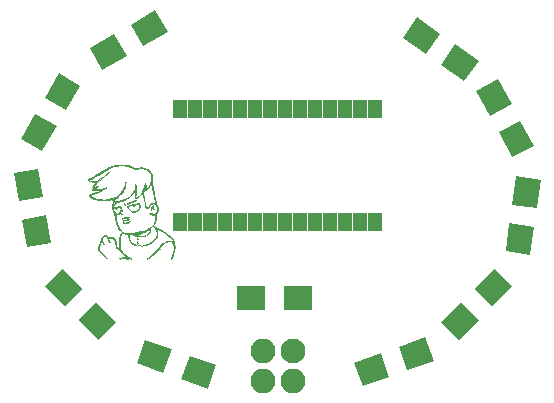
<source format=gbs>
G04 #@! TF.FileFunction,Soldermask,Bot*
%FSLAX46Y46*%
G04 Gerber Fmt 4.6, Leading zero omitted, Abs format (unit mm)*
G04 Created by KiCad (PCBNEW 4.0.7) date 06/13/18 14:50:45*
%MOMM*%
%LPD*%
G01*
G04 APERTURE LIST*
%ADD10C,0.100000*%
%ADD11C,0.010000*%
%ADD12C,2.100000*%
%ADD13O,2.100000X2.100000*%
%ADD14R,2.400000X2.000000*%
%ADD15R,1.162000X1.543000*%
G04 APERTURE END LIST*
D10*
D11*
G36*
X91040338Y-106516312D02*
X91156059Y-106702492D01*
X91219938Y-106920135D01*
X91227639Y-107141294D01*
X91174831Y-107338025D01*
X91169433Y-107348852D01*
X91127794Y-107444266D01*
X91082369Y-107569816D01*
X91040332Y-107701968D01*
X91008856Y-107817185D01*
X90995116Y-107891932D01*
X90999111Y-107907667D01*
X91027823Y-107873687D01*
X91044917Y-107833583D01*
X91073251Y-107756380D01*
X91121276Y-107629879D01*
X91169908Y-107503880D01*
X91258119Y-107190680D01*
X91270724Y-106902657D01*
X91231005Y-106709262D01*
X91201111Y-106589902D01*
X91211335Y-106515460D01*
X91228868Y-106488856D01*
X91233117Y-106476149D01*
X90953167Y-106416125D01*
X91040338Y-106516312D01*
X91040338Y-106516312D01*
G37*
X91040338Y-106516312D02*
X91156059Y-106702492D01*
X91219938Y-106920135D01*
X91227639Y-107141294D01*
X91174831Y-107338025D01*
X91169433Y-107348852D01*
X91127794Y-107444266D01*
X91082369Y-107569816D01*
X91040332Y-107701968D01*
X91008856Y-107817185D01*
X90995116Y-107891932D01*
X90999111Y-107907667D01*
X91027823Y-107873687D01*
X91044917Y-107833583D01*
X91073251Y-107756380D01*
X91121276Y-107629879D01*
X91169908Y-107503880D01*
X91258119Y-107190680D01*
X91270724Y-106902657D01*
X91231005Y-106709262D01*
X91201111Y-106589902D01*
X91211335Y-106515460D01*
X91228868Y-106488856D01*
X91233117Y-106476149D01*
X90953167Y-106416125D01*
X91040338Y-106516312D01*
G36*
X86417371Y-99971984D02*
X86193706Y-100010984D01*
X85966103Y-100080137D01*
X85721151Y-100184100D01*
X85445443Y-100327534D01*
X85125569Y-100515095D01*
X84872375Y-100672500D01*
X84573221Y-100856650D01*
X84331573Y-100994225D01*
X84137884Y-101090340D01*
X83982604Y-101150112D01*
X83978750Y-101151302D01*
X83912730Y-101197405D01*
X83918311Y-101260058D01*
X83989859Y-101321127D01*
X84037984Y-101341859D01*
X84154986Y-101367585D01*
X84314596Y-101384462D01*
X84427976Y-101388333D01*
X84684651Y-101388333D01*
X84485159Y-101590871D01*
X84354468Y-101735551D01*
X84293921Y-101833092D01*
X84303458Y-101883681D01*
X84383019Y-101887506D01*
X84391500Y-101885972D01*
X84478868Y-101876256D01*
X84487352Y-101892181D01*
X84416953Y-101928635D01*
X84391500Y-101938667D01*
X84312600Y-101992138D01*
X84285667Y-102048912D01*
X84294383Y-102081611D01*
X84330993Y-102099538D01*
X84411192Y-102104350D01*
X84550675Y-102097704D01*
X84666667Y-102089115D01*
X84834147Y-102078305D01*
X84964116Y-102074275D01*
X85037798Y-102077394D01*
X85047667Y-102081674D01*
X85010253Y-102115368D01*
X84909647Y-102167505D01*
X84763301Y-102230742D01*
X84588669Y-102297737D01*
X84403202Y-102361148D01*
X84328000Y-102384430D01*
X84167432Y-102439431D01*
X84051982Y-102492904D01*
X83999414Y-102536466D01*
X83998280Y-102540050D01*
X84026944Y-102595858D01*
X84119964Y-102667623D01*
X84260848Y-102746157D01*
X84433104Y-102822276D01*
X84620240Y-102886792D01*
X84621434Y-102887143D01*
X84816423Y-102925655D01*
X85062009Y-102947470D01*
X85325657Y-102951948D01*
X85574833Y-102938451D01*
X85763489Y-102909571D01*
X85878200Y-102887891D01*
X85957271Y-102891895D01*
X86005195Y-102932461D01*
X86026462Y-103020467D01*
X86025566Y-103166793D01*
X86006997Y-103382317D01*
X85997206Y-103475622D01*
X85986493Y-103626131D01*
X85999226Y-103730977D01*
X86043019Y-103827673D01*
X86080809Y-103887511D01*
X86175957Y-104094405D01*
X86233293Y-104353733D01*
X86268262Y-104568684D01*
X86309766Y-104775241D01*
X86353640Y-104957160D01*
X86395722Y-105098198D01*
X86431846Y-105182110D01*
X86449813Y-105198333D01*
X86480404Y-105233702D01*
X86487000Y-105279986D01*
X86514733Y-105356413D01*
X86585488Y-105460947D01*
X86637966Y-105521708D01*
X86788932Y-105681779D01*
X86690883Y-105852806D01*
X86648853Y-105934344D01*
X86620795Y-106017665D01*
X86603958Y-106122134D01*
X86595587Y-106267114D01*
X86592929Y-106471967D01*
X86592833Y-106542417D01*
X86590641Y-106777137D01*
X86581737Y-106935273D01*
X86562627Y-107024848D01*
X86529820Y-107053882D01*
X86479824Y-107030398D01*
X86409713Y-106963021D01*
X86340872Y-106850047D01*
X86317825Y-106693138D01*
X86317667Y-106674976D01*
X86294370Y-106500428D01*
X86216027Y-106326056D01*
X86191599Y-106286121D01*
X86112950Y-106170937D01*
X86048108Y-106111609D01*
X85969897Y-106089904D01*
X85895266Y-106087333D01*
X85779973Y-106086604D01*
X85703844Y-106084791D01*
X85694308Y-106084158D01*
X85654494Y-106113771D01*
X85647352Y-106129779D01*
X85664658Y-106157999D01*
X85750286Y-106159217D01*
X85815784Y-106150877D01*
X85940805Y-106139747D01*
X86020324Y-106160506D01*
X86089710Y-106221673D01*
X86200121Y-106399562D01*
X86263522Y-106626260D01*
X86275333Y-106781967D01*
X86288103Y-106910799D01*
X86334751Y-106988282D01*
X86370583Y-107014825D01*
X86440183Y-107066030D01*
X86555727Y-107159644D01*
X86700127Y-107281548D01*
X86831162Y-107395425D01*
X87196491Y-107717167D01*
X86974106Y-107742762D01*
X86825412Y-107770903D01*
X86697386Y-107813683D01*
X86652274Y-107838012D01*
X86596582Y-107888050D01*
X86609779Y-107905993D01*
X86681714Y-107890095D01*
X86763312Y-107857109D01*
X86866751Y-107827724D01*
X86952593Y-107855479D01*
X86955229Y-107857109D01*
X87040865Y-107886099D01*
X87165898Y-107902751D01*
X87300330Y-107906385D01*
X87414164Y-107896325D01*
X87477403Y-107871894D01*
X87479599Y-107868949D01*
X87463946Y-107828161D01*
X87403855Y-107794866D01*
X87330225Y-107751598D01*
X87214595Y-107664539D01*
X87076027Y-107548547D01*
X86996388Y-107477291D01*
X86843524Y-107330123D01*
X86738269Y-107203301D01*
X86671749Y-107074760D01*
X86635087Y-106922438D01*
X86619409Y-106724271D01*
X86616080Y-106531833D01*
X86633247Y-106224332D01*
X86689051Y-105988912D01*
X86776048Y-105831818D01*
X86823782Y-105780773D01*
X86875855Y-105759617D01*
X86958488Y-105765118D01*
X87092493Y-105792834D01*
X87333667Y-105846806D01*
X87333667Y-106006647D01*
X87371008Y-106255595D01*
X87481823Y-106464873D01*
X87516403Y-106505668D01*
X87616493Y-106588636D01*
X87751736Y-106669782D01*
X87890115Y-106732596D01*
X87999616Y-106760564D01*
X88011000Y-106760754D01*
X88016472Y-106747417D01*
X87955973Y-106716199D01*
X87913928Y-106699769D01*
X87672693Y-106574957D01*
X87501531Y-106404534D01*
X87402332Y-106191027D01*
X87376000Y-105980643D01*
X87382681Y-105881710D01*
X87420057Y-105841287D01*
X87514123Y-105833345D01*
X87523144Y-105833333D01*
X87661898Y-105856444D01*
X87800020Y-105912603D01*
X87808894Y-105917842D01*
X87922466Y-105973848D01*
X88020779Y-106001287D01*
X88032167Y-106001860D01*
X88087200Y-105994900D01*
X88063990Y-105968097D01*
X88054520Y-105961962D01*
X88018850Y-105927061D01*
X88058778Y-105899268D01*
X88075687Y-105893036D01*
X88402364Y-105772119D01*
X88668742Y-105662139D01*
X88866541Y-105566665D01*
X88953666Y-105514586D01*
X89084313Y-105444324D01*
X89167063Y-105436097D01*
X89198674Y-105480008D01*
X89175904Y-105566160D01*
X89095509Y-105684654D01*
X89031981Y-105753647D01*
X88939181Y-105852301D01*
X88899296Y-105906999D01*
X88913779Y-105912156D01*
X88984087Y-105862186D01*
X89009037Y-105841698D01*
X89148451Y-105691042D01*
X89218229Y-105535936D01*
X89219236Y-105417903D01*
X89213331Y-105320599D01*
X89262175Y-105252312D01*
X89305351Y-105221307D01*
X89397004Y-105173814D01*
X89472786Y-105179601D01*
X89522859Y-105203164D01*
X89647025Y-105313729D01*
X89734094Y-105478124D01*
X89778886Y-105671755D01*
X89776220Y-105870031D01*
X89720916Y-106048360D01*
X89706363Y-106074175D01*
X89520728Y-106305960D01*
X89273706Y-106507305D01*
X88987029Y-106663891D01*
X88682430Y-106761399D01*
X88655294Y-106766711D01*
X88455500Y-106803702D01*
X88650508Y-106790069D01*
X88868969Y-106746151D01*
X89101392Y-106651730D01*
X89328599Y-106519795D01*
X89531416Y-106363334D01*
X89690665Y-106195337D01*
X89787172Y-106028792D01*
X89791089Y-106017504D01*
X89819401Y-105856224D01*
X89818208Y-105666866D01*
X89789177Y-105494650D01*
X89769809Y-105439937D01*
X89755856Y-105398221D01*
X89774990Y-105386697D01*
X89843431Y-105405734D01*
X89946508Y-105443945D01*
X90202327Y-105567153D01*
X90477947Y-105743885D01*
X90748562Y-105955704D01*
X90989365Y-106184171D01*
X91081309Y-106287403D01*
X91234821Y-106471053D01*
X91241305Y-106451661D01*
X91219592Y-106397505D01*
X91155767Y-106315446D01*
X91041869Y-106194540D01*
X90942414Y-106095072D01*
X90629626Y-105814630D01*
X90318108Y-105589913D01*
X90021441Y-105430287D01*
X89920827Y-105390536D01*
X89769296Y-105321005D01*
X89623573Y-105230140D01*
X89604818Y-105215758D01*
X89462640Y-105102312D01*
X89572450Y-104906906D01*
X89639545Y-104764617D01*
X89673185Y-104620241D01*
X89682706Y-104433421D01*
X89682713Y-104430194D01*
X89689315Y-104258871D01*
X89712236Y-104146406D01*
X89757160Y-104067660D01*
X89767370Y-104055846D01*
X89820141Y-103949327D01*
X89847623Y-103795739D01*
X89848768Y-103673073D01*
X89792323Y-103673073D01*
X89780141Y-103842907D01*
X89724134Y-103979250D01*
X89706200Y-104001244D01*
X89571386Y-104094714D01*
X89416499Y-104124807D01*
X89270589Y-104086660D01*
X89254440Y-104076859D01*
X89172639Y-104033511D01*
X89125547Y-104027360D01*
X89125226Y-104027662D01*
X89137611Y-104060532D01*
X89207170Y-104102961D01*
X89308848Y-104144340D01*
X89417590Y-104174064D01*
X89490565Y-104182333D01*
X89619667Y-104182333D01*
X89619667Y-104444134D01*
X89588941Y-104723413D01*
X89492757Y-104954645D01*
X89325103Y-105150068D01*
X89238903Y-105219326D01*
X89056188Y-105343280D01*
X88869559Y-105445837D01*
X88663367Y-105532596D01*
X88421963Y-105609156D01*
X88129698Y-105681116D01*
X87770922Y-105754075D01*
X87714667Y-105764655D01*
X87592628Y-105776048D01*
X87437993Y-105775440D01*
X87277285Y-105764897D01*
X87137026Y-105746487D01*
X87043739Y-105722278D01*
X87024961Y-105710894D01*
X86943368Y-105669134D01*
X86905166Y-105664000D01*
X86834417Y-105631531D01*
X86741004Y-105549844D01*
X86645495Y-105442523D01*
X86568453Y-105333148D01*
X86530445Y-105245301D01*
X86529333Y-105233047D01*
X86511638Y-105168482D01*
X86490527Y-105156000D01*
X86463826Y-105117630D01*
X86427733Y-105015968D01*
X86387077Y-104871185D01*
X86346687Y-104703453D01*
X86311392Y-104532945D01*
X86286020Y-104379831D01*
X86275401Y-104264284D01*
X86275333Y-104257047D01*
X86281693Y-104159217D01*
X86312247Y-104124154D01*
X86377395Y-104128918D01*
X86488897Y-104127618D01*
X86555084Y-104106105D01*
X86665984Y-104086385D01*
X86728189Y-104100843D01*
X86808146Y-104123925D01*
X86818166Y-104110357D01*
X86760435Y-104067836D01*
X86710980Y-104040280D01*
X86596294Y-103980190D01*
X86742730Y-103886257D01*
X86816508Y-103834567D01*
X86834018Y-103812296D01*
X86820215Y-103814698D01*
X86772185Y-103810676D01*
X86742717Y-103748607D01*
X86740302Y-103734808D01*
X86696887Y-103734808D01*
X86689540Y-103829710D01*
X86665014Y-103882965D01*
X86655286Y-103886000D01*
X86609784Y-103921043D01*
X86571667Y-103991833D01*
X86515917Y-104075566D01*
X86428660Y-104092780D01*
X86308300Y-104053007D01*
X86216608Y-103986588D01*
X86127991Y-103884528D01*
X86060606Y-103773459D01*
X86032607Y-103680014D01*
X86036309Y-103654034D01*
X86084539Y-103611462D01*
X86164667Y-103591104D01*
X86240363Y-103596308D01*
X86275295Y-103630423D01*
X86275333Y-103632000D01*
X86309622Y-103669557D01*
X86338833Y-103674333D01*
X86395162Y-103650994D01*
X86402333Y-103631092D01*
X86436713Y-103583964D01*
X86511198Y-103538249D01*
X86597799Y-103510266D01*
X86647148Y-103533567D01*
X86658717Y-103549740D01*
X86686723Y-103630679D01*
X86696887Y-103734808D01*
X86740302Y-103734808D01*
X86728525Y-103667539D01*
X86709055Y-103555222D01*
X86688523Y-103483954D01*
X86683367Y-103475589D01*
X86633462Y-103471066D01*
X86524028Y-103480674D01*
X86378634Y-103502335D01*
X86376867Y-103502642D01*
X86218257Y-103526766D01*
X86123024Y-103530440D01*
X86072302Y-103513318D01*
X86057707Y-103496806D01*
X86030035Y-103442232D01*
X86038578Y-103398061D01*
X86095540Y-103346322D01*
X86211833Y-103269863D01*
X86318345Y-103197645D01*
X86387485Y-103141375D01*
X86402333Y-103121012D01*
X86440169Y-103099505D01*
X86464869Y-103093598D01*
X86375818Y-103093598D01*
X86259715Y-103193465D01*
X86157137Y-103268440D01*
X86091025Y-103290269D01*
X86071885Y-103257024D01*
X86080304Y-103226371D01*
X86103432Y-103136293D01*
X86106000Y-103106703D01*
X86143157Y-103071329D01*
X86240909Y-103073797D01*
X86375818Y-103093598D01*
X86464869Y-103093598D01*
X86536547Y-103076457D01*
X86605224Y-103065660D01*
X86868791Y-103000768D01*
X87137305Y-102882366D01*
X87392626Y-102723365D01*
X87616611Y-102536674D01*
X87791117Y-102335204D01*
X87891466Y-102150333D01*
X87962432Y-101959833D01*
X87965550Y-102111523D01*
X87958662Y-102241001D01*
X87937634Y-102406272D01*
X87920287Y-102504115D01*
X87897743Y-102637447D01*
X87889302Y-102734031D01*
X87894125Y-102767236D01*
X87961807Y-102779242D01*
X88072561Y-102739740D01*
X88209453Y-102656950D01*
X88345910Y-102547838D01*
X88447443Y-102458107D01*
X88515119Y-102413691D01*
X88559612Y-102422640D01*
X88591598Y-102492998D01*
X88621753Y-102632815D01*
X88647250Y-102774984D01*
X88675932Y-102919760D01*
X88701780Y-103021997D01*
X88719886Y-103062801D01*
X88721867Y-103062244D01*
X88723131Y-103014641D01*
X88709763Y-102903967D01*
X88684416Y-102750037D01*
X88669193Y-102668764D01*
X88635484Y-102488233D01*
X88619245Y-102363292D01*
X88621098Y-102266556D01*
X88641665Y-102170641D01*
X88681566Y-102048163D01*
X88683396Y-102042837D01*
X88730339Y-101908906D01*
X88756437Y-101848598D01*
X88767987Y-101855335D01*
X88771285Y-101922543D01*
X88771582Y-101950739D01*
X88776884Y-102052439D01*
X88798527Y-102086619D01*
X88848863Y-102070333D01*
X88855619Y-102066763D01*
X88921759Y-102010690D01*
X89014315Y-101907075D01*
X89108762Y-101784412D01*
X89206211Y-101659487D01*
X89271995Y-101599573D01*
X89299877Y-101604888D01*
X89314253Y-101664504D01*
X89340945Y-101792211D01*
X89376915Y-101972838D01*
X89419127Y-102191215D01*
X89451435Y-102362000D01*
X89496553Y-102600057D01*
X89537839Y-102813137D01*
X89572170Y-102985484D01*
X89596422Y-103101339D01*
X89605717Y-103140348D01*
X89610756Y-103194875D01*
X89565465Y-103202567D01*
X89516890Y-103192050D01*
X89370493Y-103193973D01*
X89222036Y-103255740D01*
X89104744Y-103360231D01*
X89068103Y-103423303D01*
X89002332Y-103517968D01*
X88922582Y-103554918D01*
X88851994Y-103533465D01*
X88813704Y-103452921D01*
X88811991Y-103430917D01*
X88803350Y-103365195D01*
X88787139Y-103368144D01*
X88786691Y-103369233D01*
X88778955Y-103451503D01*
X88789324Y-103521943D01*
X88827892Y-103593755D01*
X88910987Y-103615648D01*
X88941528Y-103615377D01*
X89039530Y-103594707D01*
X89069237Y-103539110D01*
X89095545Y-103460367D01*
X89159751Y-103362621D01*
X89169681Y-103350727D01*
X89302376Y-103252516D01*
X89452811Y-103228312D01*
X89598737Y-103277764D01*
X89688657Y-103358950D01*
X89761542Y-103501253D01*
X89792323Y-103673073D01*
X89848768Y-103673073D01*
X89849191Y-103627871D01*
X89824219Y-103478513D01*
X89780085Y-103388764D01*
X89756758Y-103361286D01*
X89737123Y-103331713D01*
X89718550Y-103289625D01*
X89698407Y-103224602D01*
X89674065Y-103126224D01*
X89642891Y-102984071D01*
X89602254Y-102787724D01*
X89549525Y-102526762D01*
X89499448Y-102277333D01*
X89457057Y-102069262D01*
X89415371Y-101870029D01*
X89380387Y-101708047D01*
X89364845Y-101639440D01*
X89342398Y-101387987D01*
X89358573Y-101271929D01*
X89372432Y-101065461D01*
X89306069Y-101065461D01*
X89300044Y-101199714D01*
X89265372Y-101340555D01*
X89220496Y-101460721D01*
X89157564Y-101590580D01*
X89084865Y-101718394D01*
X89010688Y-101832425D01*
X88943323Y-101920936D01*
X88891059Y-101972189D01*
X88862184Y-101974445D01*
X88864989Y-101915969D01*
X88868202Y-101902953D01*
X88872460Y-101832004D01*
X88853704Y-101811667D01*
X88828166Y-101774485D01*
X88815603Y-101683256D01*
X88815333Y-101665998D01*
X88804116Y-101560554D01*
X88776735Y-101497041D01*
X88773000Y-101494167D01*
X88743260Y-101510982D01*
X88730720Y-101594155D01*
X88730667Y-101601569D01*
X88704887Y-101812057D01*
X88634501Y-102030946D01*
X88529937Y-102242448D01*
X88401625Y-102430774D01*
X88259993Y-102580134D01*
X88115472Y-102674738D01*
X88004875Y-102700388D01*
X87962130Y-102687884D01*
X87954339Y-102635389D01*
X87972115Y-102541917D01*
X87992983Y-102397878D01*
X88003381Y-102211210D01*
X88003430Y-102012336D01*
X87993254Y-101831678D01*
X87972974Y-101699659D01*
X87968667Y-101684667D01*
X87947218Y-101628532D01*
X87936230Y-101641045D01*
X87931229Y-101729701D01*
X87930763Y-101748167D01*
X87887773Y-102016747D01*
X87780512Y-102277122D01*
X87622948Y-102496202D01*
X87608833Y-102510708D01*
X87434682Y-102655064D01*
X87223588Y-102783214D01*
X86991493Y-102890317D01*
X86754337Y-102971531D01*
X86528064Y-103022015D01*
X86328614Y-103036929D01*
X86171929Y-103011431D01*
X86098750Y-102969272D01*
X86030773Y-102888801D01*
X86039854Y-102841205D01*
X86111184Y-102827667D01*
X86172868Y-102835884D01*
X86162714Y-102875059D01*
X86142934Y-102901373D01*
X86139294Y-102916567D01*
X86185179Y-102886242D01*
X86267231Y-102821575D01*
X86285228Y-102806500D01*
X86233000Y-102806500D01*
X86211833Y-102827667D01*
X86190667Y-102806500D01*
X86211833Y-102785333D01*
X86233000Y-102806500D01*
X86285228Y-102806500D01*
X86372091Y-102733743D01*
X86486404Y-102633922D01*
X86596810Y-102533290D01*
X86686359Y-102446667D01*
X86799448Y-102311973D01*
X86904251Y-102155134D01*
X86930172Y-102108000D01*
X86981207Y-101988426D01*
X87031313Y-101839060D01*
X87074614Y-101682843D01*
X87105233Y-101542714D01*
X87117295Y-101441613D01*
X87110294Y-101404849D01*
X87093168Y-101432500D01*
X87067035Y-101523443D01*
X87039161Y-101650212D01*
X86934178Y-101996570D01*
X86767761Y-102291986D01*
X86544517Y-102530001D01*
X86296500Y-102690952D01*
X86001653Y-102802270D01*
X85660499Y-102874717D01*
X85301371Y-102905973D01*
X84952602Y-102893719D01*
X84642528Y-102835637D01*
X84618209Y-102828308D01*
X84449664Y-102768414D01*
X84295089Y-102700805D01*
X84168690Y-102633570D01*
X84084674Y-102574796D01*
X84057246Y-102532569D01*
X84074000Y-102518500D01*
X84146817Y-102497189D01*
X84271275Y-102460835D01*
X84391500Y-102425751D01*
X84594587Y-102355634D01*
X84814801Y-102262127D01*
X85026257Y-102157808D01*
X85203071Y-102055258D01*
X85217831Y-102044500D01*
X85132333Y-102044500D01*
X85111167Y-102065667D01*
X85090000Y-102044500D01*
X85111167Y-102023333D01*
X85132333Y-102044500D01*
X85217831Y-102044500D01*
X85301667Y-101983396D01*
X85364644Y-101925943D01*
X85364004Y-101914680D01*
X85316772Y-101935346D01*
X85236466Y-101959003D01*
X85098974Y-101985551D01*
X84927540Y-102012013D01*
X84745407Y-102035417D01*
X84575817Y-102052788D01*
X84442013Y-102061153D01*
X84367238Y-102057536D01*
X84365642Y-102057047D01*
X84372358Y-102029891D01*
X84439653Y-101975117D01*
X84553100Y-101904386D01*
X84557825Y-101901710D01*
X84690578Y-101820994D01*
X84764456Y-101764001D01*
X84775433Y-101736136D01*
X84719483Y-101742803D01*
X84661955Y-101761950D01*
X84506226Y-101816366D01*
X84413689Y-101837817D01*
X84384002Y-101821131D01*
X84416821Y-101761138D01*
X84511803Y-101652666D01*
X84645500Y-101514057D01*
X84826984Y-101337420D01*
X85032947Y-101149848D01*
X85231034Y-100980351D01*
X85321208Y-100908196D01*
X85516706Y-100756131D01*
X85648614Y-100651248D01*
X85721058Y-100589903D01*
X85738161Y-100568452D01*
X85704049Y-100583251D01*
X85661500Y-100607551D01*
X85533701Y-100691767D01*
X85365372Y-100815000D01*
X85179123Y-100959854D01*
X84997560Y-101108934D01*
X84899500Y-101193864D01*
X84799507Y-101276487D01*
X84714021Y-101321521D01*
X84609983Y-101340080D01*
X84455000Y-101343278D01*
X84288379Y-101333908D01*
X84137358Y-101310730D01*
X84052833Y-101285662D01*
X83971885Y-101245521D01*
X83962186Y-101220581D01*
X84010500Y-101197198D01*
X84186854Y-101125630D01*
X84359689Y-101043197D01*
X84549594Y-100938930D01*
X84777160Y-100801864D01*
X84914709Y-100715573D01*
X85288361Y-100486018D01*
X85608649Y-100306401D01*
X85887221Y-100172418D01*
X86135722Y-100079766D01*
X86365800Y-100024141D01*
X86589100Y-100001241D01*
X86817271Y-100006760D01*
X86830204Y-100007804D01*
X87212513Y-100062294D01*
X87523886Y-100156741D01*
X87737516Y-100270375D01*
X87840751Y-100335867D01*
X87911123Y-100357028D01*
X87984558Y-100338883D01*
X88041493Y-100312911D01*
X88056038Y-100308833D01*
X87926333Y-100308833D01*
X87905167Y-100330000D01*
X87884000Y-100308833D01*
X87905167Y-100287667D01*
X87926333Y-100308833D01*
X88056038Y-100308833D01*
X88256669Y-100252584D01*
X88501891Y-100252724D01*
X88749445Y-100311896D01*
X88849066Y-100354809D01*
X89037412Y-100470856D01*
X89164294Y-100610562D01*
X89248543Y-100798170D01*
X89278177Y-100907273D01*
X89306069Y-101065461D01*
X89372432Y-101065461D01*
X89375539Y-101019175D01*
X89321640Y-100767250D01*
X89204578Y-100541758D01*
X89104528Y-100427270D01*
X88911146Y-100298380D01*
X88668537Y-100214599D01*
X88402312Y-100181443D01*
X88138079Y-100204422D01*
X88104508Y-100211992D01*
X88001693Y-100231678D01*
X87912613Y-100229145D01*
X87808968Y-100199084D01*
X87662456Y-100136191D01*
X87636425Y-100124240D01*
X87482879Y-100059296D01*
X87341094Y-100016225D01*
X87181609Y-99988632D01*
X86974962Y-99970121D01*
X86906522Y-99965807D01*
X86650506Y-99958478D01*
X86417371Y-99971984D01*
X86417371Y-99971984D01*
G37*
X86417371Y-99971984D02*
X86193706Y-100010984D01*
X85966103Y-100080137D01*
X85721151Y-100184100D01*
X85445443Y-100327534D01*
X85125569Y-100515095D01*
X84872375Y-100672500D01*
X84573221Y-100856650D01*
X84331573Y-100994225D01*
X84137884Y-101090340D01*
X83982604Y-101150112D01*
X83978750Y-101151302D01*
X83912730Y-101197405D01*
X83918311Y-101260058D01*
X83989859Y-101321127D01*
X84037984Y-101341859D01*
X84154986Y-101367585D01*
X84314596Y-101384462D01*
X84427976Y-101388333D01*
X84684651Y-101388333D01*
X84485159Y-101590871D01*
X84354468Y-101735551D01*
X84293921Y-101833092D01*
X84303458Y-101883681D01*
X84383019Y-101887506D01*
X84391500Y-101885972D01*
X84478868Y-101876256D01*
X84487352Y-101892181D01*
X84416953Y-101928635D01*
X84391500Y-101938667D01*
X84312600Y-101992138D01*
X84285667Y-102048912D01*
X84294383Y-102081611D01*
X84330993Y-102099538D01*
X84411192Y-102104350D01*
X84550675Y-102097704D01*
X84666667Y-102089115D01*
X84834147Y-102078305D01*
X84964116Y-102074275D01*
X85037798Y-102077394D01*
X85047667Y-102081674D01*
X85010253Y-102115368D01*
X84909647Y-102167505D01*
X84763301Y-102230742D01*
X84588669Y-102297737D01*
X84403202Y-102361148D01*
X84328000Y-102384430D01*
X84167432Y-102439431D01*
X84051982Y-102492904D01*
X83999414Y-102536466D01*
X83998280Y-102540050D01*
X84026944Y-102595858D01*
X84119964Y-102667623D01*
X84260848Y-102746157D01*
X84433104Y-102822276D01*
X84620240Y-102886792D01*
X84621434Y-102887143D01*
X84816423Y-102925655D01*
X85062009Y-102947470D01*
X85325657Y-102951948D01*
X85574833Y-102938451D01*
X85763489Y-102909571D01*
X85878200Y-102887891D01*
X85957271Y-102891895D01*
X86005195Y-102932461D01*
X86026462Y-103020467D01*
X86025566Y-103166793D01*
X86006997Y-103382317D01*
X85997206Y-103475622D01*
X85986493Y-103626131D01*
X85999226Y-103730977D01*
X86043019Y-103827673D01*
X86080809Y-103887511D01*
X86175957Y-104094405D01*
X86233293Y-104353733D01*
X86268262Y-104568684D01*
X86309766Y-104775241D01*
X86353640Y-104957160D01*
X86395722Y-105098198D01*
X86431846Y-105182110D01*
X86449813Y-105198333D01*
X86480404Y-105233702D01*
X86487000Y-105279986D01*
X86514733Y-105356413D01*
X86585488Y-105460947D01*
X86637966Y-105521708D01*
X86788932Y-105681779D01*
X86690883Y-105852806D01*
X86648853Y-105934344D01*
X86620795Y-106017665D01*
X86603958Y-106122134D01*
X86595587Y-106267114D01*
X86592929Y-106471967D01*
X86592833Y-106542417D01*
X86590641Y-106777137D01*
X86581737Y-106935273D01*
X86562627Y-107024848D01*
X86529820Y-107053882D01*
X86479824Y-107030398D01*
X86409713Y-106963021D01*
X86340872Y-106850047D01*
X86317825Y-106693138D01*
X86317667Y-106674976D01*
X86294370Y-106500428D01*
X86216027Y-106326056D01*
X86191599Y-106286121D01*
X86112950Y-106170937D01*
X86048108Y-106111609D01*
X85969897Y-106089904D01*
X85895266Y-106087333D01*
X85779973Y-106086604D01*
X85703844Y-106084791D01*
X85694308Y-106084158D01*
X85654494Y-106113771D01*
X85647352Y-106129779D01*
X85664658Y-106157999D01*
X85750286Y-106159217D01*
X85815784Y-106150877D01*
X85940805Y-106139747D01*
X86020324Y-106160506D01*
X86089710Y-106221673D01*
X86200121Y-106399562D01*
X86263522Y-106626260D01*
X86275333Y-106781967D01*
X86288103Y-106910799D01*
X86334751Y-106988282D01*
X86370583Y-107014825D01*
X86440183Y-107066030D01*
X86555727Y-107159644D01*
X86700127Y-107281548D01*
X86831162Y-107395425D01*
X87196491Y-107717167D01*
X86974106Y-107742762D01*
X86825412Y-107770903D01*
X86697386Y-107813683D01*
X86652274Y-107838012D01*
X86596582Y-107888050D01*
X86609779Y-107905993D01*
X86681714Y-107890095D01*
X86763312Y-107857109D01*
X86866751Y-107827724D01*
X86952593Y-107855479D01*
X86955229Y-107857109D01*
X87040865Y-107886099D01*
X87165898Y-107902751D01*
X87300330Y-107906385D01*
X87414164Y-107896325D01*
X87477403Y-107871894D01*
X87479599Y-107868949D01*
X87463946Y-107828161D01*
X87403855Y-107794866D01*
X87330225Y-107751598D01*
X87214595Y-107664539D01*
X87076027Y-107548547D01*
X86996388Y-107477291D01*
X86843524Y-107330123D01*
X86738269Y-107203301D01*
X86671749Y-107074760D01*
X86635087Y-106922438D01*
X86619409Y-106724271D01*
X86616080Y-106531833D01*
X86633247Y-106224332D01*
X86689051Y-105988912D01*
X86776048Y-105831818D01*
X86823782Y-105780773D01*
X86875855Y-105759617D01*
X86958488Y-105765118D01*
X87092493Y-105792834D01*
X87333667Y-105846806D01*
X87333667Y-106006647D01*
X87371008Y-106255595D01*
X87481823Y-106464873D01*
X87516403Y-106505668D01*
X87616493Y-106588636D01*
X87751736Y-106669782D01*
X87890115Y-106732596D01*
X87999616Y-106760564D01*
X88011000Y-106760754D01*
X88016472Y-106747417D01*
X87955973Y-106716199D01*
X87913928Y-106699769D01*
X87672693Y-106574957D01*
X87501531Y-106404534D01*
X87402332Y-106191027D01*
X87376000Y-105980643D01*
X87382681Y-105881710D01*
X87420057Y-105841287D01*
X87514123Y-105833345D01*
X87523144Y-105833333D01*
X87661898Y-105856444D01*
X87800020Y-105912603D01*
X87808894Y-105917842D01*
X87922466Y-105973848D01*
X88020779Y-106001287D01*
X88032167Y-106001860D01*
X88087200Y-105994900D01*
X88063990Y-105968097D01*
X88054520Y-105961962D01*
X88018850Y-105927061D01*
X88058778Y-105899268D01*
X88075687Y-105893036D01*
X88402364Y-105772119D01*
X88668742Y-105662139D01*
X88866541Y-105566665D01*
X88953666Y-105514586D01*
X89084313Y-105444324D01*
X89167063Y-105436097D01*
X89198674Y-105480008D01*
X89175904Y-105566160D01*
X89095509Y-105684654D01*
X89031981Y-105753647D01*
X88939181Y-105852301D01*
X88899296Y-105906999D01*
X88913779Y-105912156D01*
X88984087Y-105862186D01*
X89009037Y-105841698D01*
X89148451Y-105691042D01*
X89218229Y-105535936D01*
X89219236Y-105417903D01*
X89213331Y-105320599D01*
X89262175Y-105252312D01*
X89305351Y-105221307D01*
X89397004Y-105173814D01*
X89472786Y-105179601D01*
X89522859Y-105203164D01*
X89647025Y-105313729D01*
X89734094Y-105478124D01*
X89778886Y-105671755D01*
X89776220Y-105870031D01*
X89720916Y-106048360D01*
X89706363Y-106074175D01*
X89520728Y-106305960D01*
X89273706Y-106507305D01*
X88987029Y-106663891D01*
X88682430Y-106761399D01*
X88655294Y-106766711D01*
X88455500Y-106803702D01*
X88650508Y-106790069D01*
X88868969Y-106746151D01*
X89101392Y-106651730D01*
X89328599Y-106519795D01*
X89531416Y-106363334D01*
X89690665Y-106195337D01*
X89787172Y-106028792D01*
X89791089Y-106017504D01*
X89819401Y-105856224D01*
X89818208Y-105666866D01*
X89789177Y-105494650D01*
X89769809Y-105439937D01*
X89755856Y-105398221D01*
X89774990Y-105386697D01*
X89843431Y-105405734D01*
X89946508Y-105443945D01*
X90202327Y-105567153D01*
X90477947Y-105743885D01*
X90748562Y-105955704D01*
X90989365Y-106184171D01*
X91081309Y-106287403D01*
X91234821Y-106471053D01*
X91241305Y-106451661D01*
X91219592Y-106397505D01*
X91155767Y-106315446D01*
X91041869Y-106194540D01*
X90942414Y-106095072D01*
X90629626Y-105814630D01*
X90318108Y-105589913D01*
X90021441Y-105430287D01*
X89920827Y-105390536D01*
X89769296Y-105321005D01*
X89623573Y-105230140D01*
X89604818Y-105215758D01*
X89462640Y-105102312D01*
X89572450Y-104906906D01*
X89639545Y-104764617D01*
X89673185Y-104620241D01*
X89682706Y-104433421D01*
X89682713Y-104430194D01*
X89689315Y-104258871D01*
X89712236Y-104146406D01*
X89757160Y-104067660D01*
X89767370Y-104055846D01*
X89820141Y-103949327D01*
X89847623Y-103795739D01*
X89848768Y-103673073D01*
X89792323Y-103673073D01*
X89780141Y-103842907D01*
X89724134Y-103979250D01*
X89706200Y-104001244D01*
X89571386Y-104094714D01*
X89416499Y-104124807D01*
X89270589Y-104086660D01*
X89254440Y-104076859D01*
X89172639Y-104033511D01*
X89125547Y-104027360D01*
X89125226Y-104027662D01*
X89137611Y-104060532D01*
X89207170Y-104102961D01*
X89308848Y-104144340D01*
X89417590Y-104174064D01*
X89490565Y-104182333D01*
X89619667Y-104182333D01*
X89619667Y-104444134D01*
X89588941Y-104723413D01*
X89492757Y-104954645D01*
X89325103Y-105150068D01*
X89238903Y-105219326D01*
X89056188Y-105343280D01*
X88869559Y-105445837D01*
X88663367Y-105532596D01*
X88421963Y-105609156D01*
X88129698Y-105681116D01*
X87770922Y-105754075D01*
X87714667Y-105764655D01*
X87592628Y-105776048D01*
X87437993Y-105775440D01*
X87277285Y-105764897D01*
X87137026Y-105746487D01*
X87043739Y-105722278D01*
X87024961Y-105710894D01*
X86943368Y-105669134D01*
X86905166Y-105664000D01*
X86834417Y-105631531D01*
X86741004Y-105549844D01*
X86645495Y-105442523D01*
X86568453Y-105333148D01*
X86530445Y-105245301D01*
X86529333Y-105233047D01*
X86511638Y-105168482D01*
X86490527Y-105156000D01*
X86463826Y-105117630D01*
X86427733Y-105015968D01*
X86387077Y-104871185D01*
X86346687Y-104703453D01*
X86311392Y-104532945D01*
X86286020Y-104379831D01*
X86275401Y-104264284D01*
X86275333Y-104257047D01*
X86281693Y-104159217D01*
X86312247Y-104124154D01*
X86377395Y-104128918D01*
X86488897Y-104127618D01*
X86555084Y-104106105D01*
X86665984Y-104086385D01*
X86728189Y-104100843D01*
X86808146Y-104123925D01*
X86818166Y-104110357D01*
X86760435Y-104067836D01*
X86710980Y-104040280D01*
X86596294Y-103980190D01*
X86742730Y-103886257D01*
X86816508Y-103834567D01*
X86834018Y-103812296D01*
X86820215Y-103814698D01*
X86772185Y-103810676D01*
X86742717Y-103748607D01*
X86740302Y-103734808D01*
X86696887Y-103734808D01*
X86689540Y-103829710D01*
X86665014Y-103882965D01*
X86655286Y-103886000D01*
X86609784Y-103921043D01*
X86571667Y-103991833D01*
X86515917Y-104075566D01*
X86428660Y-104092780D01*
X86308300Y-104053007D01*
X86216608Y-103986588D01*
X86127991Y-103884528D01*
X86060606Y-103773459D01*
X86032607Y-103680014D01*
X86036309Y-103654034D01*
X86084539Y-103611462D01*
X86164667Y-103591104D01*
X86240363Y-103596308D01*
X86275295Y-103630423D01*
X86275333Y-103632000D01*
X86309622Y-103669557D01*
X86338833Y-103674333D01*
X86395162Y-103650994D01*
X86402333Y-103631092D01*
X86436713Y-103583964D01*
X86511198Y-103538249D01*
X86597799Y-103510266D01*
X86647148Y-103533567D01*
X86658717Y-103549740D01*
X86686723Y-103630679D01*
X86696887Y-103734808D01*
X86740302Y-103734808D01*
X86728525Y-103667539D01*
X86709055Y-103555222D01*
X86688523Y-103483954D01*
X86683367Y-103475589D01*
X86633462Y-103471066D01*
X86524028Y-103480674D01*
X86378634Y-103502335D01*
X86376867Y-103502642D01*
X86218257Y-103526766D01*
X86123024Y-103530440D01*
X86072302Y-103513318D01*
X86057707Y-103496806D01*
X86030035Y-103442232D01*
X86038578Y-103398061D01*
X86095540Y-103346322D01*
X86211833Y-103269863D01*
X86318345Y-103197645D01*
X86387485Y-103141375D01*
X86402333Y-103121012D01*
X86440169Y-103099505D01*
X86464869Y-103093598D01*
X86375818Y-103093598D01*
X86259715Y-103193465D01*
X86157137Y-103268440D01*
X86091025Y-103290269D01*
X86071885Y-103257024D01*
X86080304Y-103226371D01*
X86103432Y-103136293D01*
X86106000Y-103106703D01*
X86143157Y-103071329D01*
X86240909Y-103073797D01*
X86375818Y-103093598D01*
X86464869Y-103093598D01*
X86536547Y-103076457D01*
X86605224Y-103065660D01*
X86868791Y-103000768D01*
X87137305Y-102882366D01*
X87392626Y-102723365D01*
X87616611Y-102536674D01*
X87791117Y-102335204D01*
X87891466Y-102150333D01*
X87962432Y-101959833D01*
X87965550Y-102111523D01*
X87958662Y-102241001D01*
X87937634Y-102406272D01*
X87920287Y-102504115D01*
X87897743Y-102637447D01*
X87889302Y-102734031D01*
X87894125Y-102767236D01*
X87961807Y-102779242D01*
X88072561Y-102739740D01*
X88209453Y-102656950D01*
X88345910Y-102547838D01*
X88447443Y-102458107D01*
X88515119Y-102413691D01*
X88559612Y-102422640D01*
X88591598Y-102492998D01*
X88621753Y-102632815D01*
X88647250Y-102774984D01*
X88675932Y-102919760D01*
X88701780Y-103021997D01*
X88719886Y-103062801D01*
X88721867Y-103062244D01*
X88723131Y-103014641D01*
X88709763Y-102903967D01*
X88684416Y-102750037D01*
X88669193Y-102668764D01*
X88635484Y-102488233D01*
X88619245Y-102363292D01*
X88621098Y-102266556D01*
X88641665Y-102170641D01*
X88681566Y-102048163D01*
X88683396Y-102042837D01*
X88730339Y-101908906D01*
X88756437Y-101848598D01*
X88767987Y-101855335D01*
X88771285Y-101922543D01*
X88771582Y-101950739D01*
X88776884Y-102052439D01*
X88798527Y-102086619D01*
X88848863Y-102070333D01*
X88855619Y-102066763D01*
X88921759Y-102010690D01*
X89014315Y-101907075D01*
X89108762Y-101784412D01*
X89206211Y-101659487D01*
X89271995Y-101599573D01*
X89299877Y-101604888D01*
X89314253Y-101664504D01*
X89340945Y-101792211D01*
X89376915Y-101972838D01*
X89419127Y-102191215D01*
X89451435Y-102362000D01*
X89496553Y-102600057D01*
X89537839Y-102813137D01*
X89572170Y-102985484D01*
X89596422Y-103101339D01*
X89605717Y-103140348D01*
X89610756Y-103194875D01*
X89565465Y-103202567D01*
X89516890Y-103192050D01*
X89370493Y-103193973D01*
X89222036Y-103255740D01*
X89104744Y-103360231D01*
X89068103Y-103423303D01*
X89002332Y-103517968D01*
X88922582Y-103554918D01*
X88851994Y-103533465D01*
X88813704Y-103452921D01*
X88811991Y-103430917D01*
X88803350Y-103365195D01*
X88787139Y-103368144D01*
X88786691Y-103369233D01*
X88778955Y-103451503D01*
X88789324Y-103521943D01*
X88827892Y-103593755D01*
X88910987Y-103615648D01*
X88941528Y-103615377D01*
X89039530Y-103594707D01*
X89069237Y-103539110D01*
X89095545Y-103460367D01*
X89159751Y-103362621D01*
X89169681Y-103350727D01*
X89302376Y-103252516D01*
X89452811Y-103228312D01*
X89598737Y-103277764D01*
X89688657Y-103358950D01*
X89761542Y-103501253D01*
X89792323Y-103673073D01*
X89848768Y-103673073D01*
X89849191Y-103627871D01*
X89824219Y-103478513D01*
X89780085Y-103388764D01*
X89756758Y-103361286D01*
X89737123Y-103331713D01*
X89718550Y-103289625D01*
X89698407Y-103224602D01*
X89674065Y-103126224D01*
X89642891Y-102984071D01*
X89602254Y-102787724D01*
X89549525Y-102526762D01*
X89499448Y-102277333D01*
X89457057Y-102069262D01*
X89415371Y-101870029D01*
X89380387Y-101708047D01*
X89364845Y-101639440D01*
X89342398Y-101387987D01*
X89358573Y-101271929D01*
X89372432Y-101065461D01*
X89306069Y-101065461D01*
X89300044Y-101199714D01*
X89265372Y-101340555D01*
X89220496Y-101460721D01*
X89157564Y-101590580D01*
X89084865Y-101718394D01*
X89010688Y-101832425D01*
X88943323Y-101920936D01*
X88891059Y-101972189D01*
X88862184Y-101974445D01*
X88864989Y-101915969D01*
X88868202Y-101902953D01*
X88872460Y-101832004D01*
X88853704Y-101811667D01*
X88828166Y-101774485D01*
X88815603Y-101683256D01*
X88815333Y-101665998D01*
X88804116Y-101560554D01*
X88776735Y-101497041D01*
X88773000Y-101494167D01*
X88743260Y-101510982D01*
X88730720Y-101594155D01*
X88730667Y-101601569D01*
X88704887Y-101812057D01*
X88634501Y-102030946D01*
X88529937Y-102242448D01*
X88401625Y-102430774D01*
X88259993Y-102580134D01*
X88115472Y-102674738D01*
X88004875Y-102700388D01*
X87962130Y-102687884D01*
X87954339Y-102635389D01*
X87972115Y-102541917D01*
X87992983Y-102397878D01*
X88003381Y-102211210D01*
X88003430Y-102012336D01*
X87993254Y-101831678D01*
X87972974Y-101699659D01*
X87968667Y-101684667D01*
X87947218Y-101628532D01*
X87936230Y-101641045D01*
X87931229Y-101729701D01*
X87930763Y-101748167D01*
X87887773Y-102016747D01*
X87780512Y-102277122D01*
X87622948Y-102496202D01*
X87608833Y-102510708D01*
X87434682Y-102655064D01*
X87223588Y-102783214D01*
X86991493Y-102890317D01*
X86754337Y-102971531D01*
X86528064Y-103022015D01*
X86328614Y-103036929D01*
X86171929Y-103011431D01*
X86098750Y-102969272D01*
X86030773Y-102888801D01*
X86039854Y-102841205D01*
X86111184Y-102827667D01*
X86172868Y-102835884D01*
X86162714Y-102875059D01*
X86142934Y-102901373D01*
X86139294Y-102916567D01*
X86185179Y-102886242D01*
X86267231Y-102821575D01*
X86285228Y-102806500D01*
X86233000Y-102806500D01*
X86211833Y-102827667D01*
X86190667Y-102806500D01*
X86211833Y-102785333D01*
X86233000Y-102806500D01*
X86285228Y-102806500D01*
X86372091Y-102733743D01*
X86486404Y-102633922D01*
X86596810Y-102533290D01*
X86686359Y-102446667D01*
X86799448Y-102311973D01*
X86904251Y-102155134D01*
X86930172Y-102108000D01*
X86981207Y-101988426D01*
X87031313Y-101839060D01*
X87074614Y-101682843D01*
X87105233Y-101542714D01*
X87117295Y-101441613D01*
X87110294Y-101404849D01*
X87093168Y-101432500D01*
X87067035Y-101523443D01*
X87039161Y-101650212D01*
X86934178Y-101996570D01*
X86767761Y-102291986D01*
X86544517Y-102530001D01*
X86296500Y-102690952D01*
X86001653Y-102802270D01*
X85660499Y-102874717D01*
X85301371Y-102905973D01*
X84952602Y-102893719D01*
X84642528Y-102835637D01*
X84618209Y-102828308D01*
X84449664Y-102768414D01*
X84295089Y-102700805D01*
X84168690Y-102633570D01*
X84084674Y-102574796D01*
X84057246Y-102532569D01*
X84074000Y-102518500D01*
X84146817Y-102497189D01*
X84271275Y-102460835D01*
X84391500Y-102425751D01*
X84594587Y-102355634D01*
X84814801Y-102262127D01*
X85026257Y-102157808D01*
X85203071Y-102055258D01*
X85217831Y-102044500D01*
X85132333Y-102044500D01*
X85111167Y-102065667D01*
X85090000Y-102044500D01*
X85111167Y-102023333D01*
X85132333Y-102044500D01*
X85217831Y-102044500D01*
X85301667Y-101983396D01*
X85364644Y-101925943D01*
X85364004Y-101914680D01*
X85316772Y-101935346D01*
X85236466Y-101959003D01*
X85098974Y-101985551D01*
X84927540Y-102012013D01*
X84745407Y-102035417D01*
X84575817Y-102052788D01*
X84442013Y-102061153D01*
X84367238Y-102057536D01*
X84365642Y-102057047D01*
X84372358Y-102029891D01*
X84439653Y-101975117D01*
X84553100Y-101904386D01*
X84557825Y-101901710D01*
X84690578Y-101820994D01*
X84764456Y-101764001D01*
X84775433Y-101736136D01*
X84719483Y-101742803D01*
X84661955Y-101761950D01*
X84506226Y-101816366D01*
X84413689Y-101837817D01*
X84384002Y-101821131D01*
X84416821Y-101761138D01*
X84511803Y-101652666D01*
X84645500Y-101514057D01*
X84826984Y-101337420D01*
X85032947Y-101149848D01*
X85231034Y-100980351D01*
X85321208Y-100908196D01*
X85516706Y-100756131D01*
X85648614Y-100651248D01*
X85721058Y-100589903D01*
X85738161Y-100568452D01*
X85704049Y-100583251D01*
X85661500Y-100607551D01*
X85533701Y-100691767D01*
X85365372Y-100815000D01*
X85179123Y-100959854D01*
X84997560Y-101108934D01*
X84899500Y-101193864D01*
X84799507Y-101276487D01*
X84714021Y-101321521D01*
X84609983Y-101340080D01*
X84455000Y-101343278D01*
X84288379Y-101333908D01*
X84137358Y-101310730D01*
X84052833Y-101285662D01*
X83971885Y-101245521D01*
X83962186Y-101220581D01*
X84010500Y-101197198D01*
X84186854Y-101125630D01*
X84359689Y-101043197D01*
X84549594Y-100938930D01*
X84777160Y-100801864D01*
X84914709Y-100715573D01*
X85288361Y-100486018D01*
X85608649Y-100306401D01*
X85887221Y-100172418D01*
X86135722Y-100079766D01*
X86365800Y-100024141D01*
X86589100Y-100001241D01*
X86817271Y-100006760D01*
X86830204Y-100007804D01*
X87212513Y-100062294D01*
X87523886Y-100156741D01*
X87737516Y-100270375D01*
X87840751Y-100335867D01*
X87911123Y-100357028D01*
X87984558Y-100338883D01*
X88041493Y-100312911D01*
X88056038Y-100308833D01*
X87926333Y-100308833D01*
X87905167Y-100330000D01*
X87884000Y-100308833D01*
X87905167Y-100287667D01*
X87926333Y-100308833D01*
X88056038Y-100308833D01*
X88256669Y-100252584D01*
X88501891Y-100252724D01*
X88749445Y-100311896D01*
X88849066Y-100354809D01*
X89037412Y-100470856D01*
X89164294Y-100610562D01*
X89248543Y-100798170D01*
X89278177Y-100907273D01*
X89306069Y-101065461D01*
X89372432Y-101065461D01*
X89375539Y-101019175D01*
X89321640Y-100767250D01*
X89204578Y-100541758D01*
X89104528Y-100427270D01*
X88911146Y-100298380D01*
X88668537Y-100214599D01*
X88402312Y-100181443D01*
X88138079Y-100204422D01*
X88104508Y-100211992D01*
X88001693Y-100231678D01*
X87912613Y-100229145D01*
X87808968Y-100199084D01*
X87662456Y-100136191D01*
X87636425Y-100124240D01*
X87482879Y-100059296D01*
X87341094Y-100016225D01*
X87181609Y-99988632D01*
X86974962Y-99970121D01*
X86906522Y-99965807D01*
X86650506Y-99958478D01*
X86417371Y-99971984D01*
G36*
X91233117Y-106476149D02*
X91240383Y-106477707D01*
X91234821Y-106471053D01*
X91233117Y-106476149D01*
X91233117Y-106476149D01*
G37*
X91233117Y-106476149D02*
X91240383Y-106477707D01*
X91234821Y-106471053D01*
X91233117Y-106476149D01*
G36*
X90344138Y-106554484D02*
X90275928Y-106603697D01*
X90162091Y-106702455D01*
X90015075Y-106838693D01*
X89847327Y-107000348D01*
X89671295Y-107175355D01*
X89499427Y-107351650D01*
X89344170Y-107517167D01*
X89296337Y-107570009D01*
X89185055Y-107687208D01*
X89079153Y-107787122D01*
X89023060Y-107832372D01*
X88959729Y-107882524D01*
X88948078Y-107905379D01*
X88948666Y-107905446D01*
X88994159Y-107883155D01*
X89086628Y-107822643D01*
X89202666Y-107739487D01*
X89392815Y-107596405D01*
X89541809Y-107478756D01*
X89677930Y-107363533D01*
X89810167Y-107245291D01*
X89979500Y-107091386D01*
X89820750Y-107205347D01*
X89727941Y-107265454D01*
X89670771Y-107289922D01*
X89662000Y-107284997D01*
X89690825Y-107234901D01*
X89767702Y-107142698D01*
X89878230Y-107023450D01*
X90008012Y-106892222D01*
X90142647Y-106764075D01*
X90254667Y-106665007D01*
X90337692Y-106590081D01*
X90369045Y-106550691D01*
X90344138Y-106554484D01*
X90344138Y-106554484D01*
G37*
X90344138Y-106554484D02*
X90275928Y-106603697D01*
X90162091Y-106702455D01*
X90015075Y-106838693D01*
X89847327Y-107000348D01*
X89671295Y-107175355D01*
X89499427Y-107351650D01*
X89344170Y-107517167D01*
X89296337Y-107570009D01*
X89185055Y-107687208D01*
X89079153Y-107787122D01*
X89023060Y-107832372D01*
X88959729Y-107882524D01*
X88948078Y-107905379D01*
X88948666Y-107905446D01*
X88994159Y-107883155D01*
X89086628Y-107822643D01*
X89202666Y-107739487D01*
X89392815Y-107596405D01*
X89541809Y-107478756D01*
X89677930Y-107363533D01*
X89810167Y-107245291D01*
X89979500Y-107091386D01*
X89820750Y-107205347D01*
X89727941Y-107265454D01*
X89670771Y-107289922D01*
X89662000Y-107284997D01*
X89690825Y-107234901D01*
X89767702Y-107142698D01*
X89878230Y-107023450D01*
X90008012Y-106892222D01*
X90142647Y-106764075D01*
X90254667Y-106665007D01*
X90337692Y-106590081D01*
X90369045Y-106550691D01*
X90344138Y-106554484D01*
G36*
X87545333Y-107886500D02*
X87566500Y-107907667D01*
X87587667Y-107886500D01*
X87566500Y-107865333D01*
X87545333Y-107886500D01*
X87545333Y-107886500D01*
G37*
X87545333Y-107886500D02*
X87566500Y-107907667D01*
X87587667Y-107886500D01*
X87566500Y-107865333D01*
X87545333Y-107886500D01*
G36*
X85229680Y-105955367D02*
X85112915Y-106053860D01*
X85051978Y-106193784D01*
X85047667Y-106244936D01*
X85028612Y-106368996D01*
X84979729Y-106523855D01*
X84938160Y-106620218D01*
X84872346Y-106775660D01*
X84823031Y-106930033D01*
X84807442Y-107005438D01*
X84801444Y-107075936D01*
X84810631Y-107137032D01*
X84844223Y-107203157D01*
X84911443Y-107288744D01*
X85021512Y-107408223D01*
X85149782Y-107541167D01*
X85287613Y-107680049D01*
X85401456Y-107788979D01*
X85480271Y-107857816D01*
X85513017Y-107876422D01*
X85513333Y-107875056D01*
X85485276Y-107830479D01*
X85409045Y-107739796D01*
X85296552Y-107616552D01*
X85170810Y-107485583D01*
X85023908Y-107334362D01*
X84927627Y-107228076D01*
X84872653Y-107151858D01*
X84849674Y-107090840D01*
X84849377Y-107030153D01*
X84856844Y-106984330D01*
X84889332Y-106865417D01*
X84939884Y-106734164D01*
X84996962Y-106615204D01*
X85049029Y-106533172D01*
X85078687Y-106510667D01*
X85122923Y-106539819D01*
X85193859Y-106611531D01*
X85207402Y-106627083D01*
X85261004Y-106688065D01*
X85275644Y-106695900D01*
X85250291Y-106643457D01*
X85195426Y-106544190D01*
X85114590Y-106355179D01*
X85106728Y-106202657D01*
X85172291Y-106079430D01*
X85227498Y-106030401D01*
X85327550Y-105973208D01*
X85419308Y-105973131D01*
X85460332Y-105985908D01*
X85548398Y-106041655D01*
X85564703Y-106098597D01*
X85575127Y-106177476D01*
X85615553Y-106286498D01*
X85671751Y-106397248D01*
X85729489Y-106481312D01*
X85771077Y-106510667D01*
X85778589Y-106481269D01*
X85741795Y-106408325D01*
X85726060Y-106385155D01*
X85658546Y-106258341D01*
X85619899Y-106126891D01*
X85619578Y-106124451D01*
X85581060Y-105997221D01*
X85496181Y-105933407D01*
X85381459Y-105918648D01*
X85229680Y-105955367D01*
X85229680Y-105955367D01*
G37*
X85229680Y-105955367D02*
X85112915Y-106053860D01*
X85051978Y-106193784D01*
X85047667Y-106244936D01*
X85028612Y-106368996D01*
X84979729Y-106523855D01*
X84938160Y-106620218D01*
X84872346Y-106775660D01*
X84823031Y-106930033D01*
X84807442Y-107005438D01*
X84801444Y-107075936D01*
X84810631Y-107137032D01*
X84844223Y-107203157D01*
X84911443Y-107288744D01*
X85021512Y-107408223D01*
X85149782Y-107541167D01*
X85287613Y-107680049D01*
X85401456Y-107788979D01*
X85480271Y-107857816D01*
X85513017Y-107876422D01*
X85513333Y-107875056D01*
X85485276Y-107830479D01*
X85409045Y-107739796D01*
X85296552Y-107616552D01*
X85170810Y-107485583D01*
X85023908Y-107334362D01*
X84927627Y-107228076D01*
X84872653Y-107151858D01*
X84849674Y-107090840D01*
X84849377Y-107030153D01*
X84856844Y-106984330D01*
X84889332Y-106865417D01*
X84939884Y-106734164D01*
X84996962Y-106615204D01*
X85049029Y-106533172D01*
X85078687Y-106510667D01*
X85122923Y-106539819D01*
X85193859Y-106611531D01*
X85207402Y-106627083D01*
X85261004Y-106688065D01*
X85275644Y-106695900D01*
X85250291Y-106643457D01*
X85195426Y-106544190D01*
X85114590Y-106355179D01*
X85106728Y-106202657D01*
X85172291Y-106079430D01*
X85227498Y-106030401D01*
X85327550Y-105973208D01*
X85419308Y-105973131D01*
X85460332Y-105985908D01*
X85548398Y-106041655D01*
X85564703Y-106098597D01*
X85575127Y-106177476D01*
X85615553Y-106286498D01*
X85671751Y-106397248D01*
X85729489Y-106481312D01*
X85771077Y-106510667D01*
X85778589Y-106481269D01*
X85741795Y-106408325D01*
X85726060Y-106385155D01*
X85658546Y-106258341D01*
X85619899Y-106126891D01*
X85619578Y-106124451D01*
X85581060Y-105997221D01*
X85496181Y-105933407D01*
X85381459Y-105918648D01*
X85229680Y-105955367D01*
G36*
X90000667Y-107082167D02*
X90021833Y-107103333D01*
X90043000Y-107082167D01*
X90021833Y-107061000D01*
X90000667Y-107082167D01*
X90000667Y-107082167D01*
G37*
X90000667Y-107082167D02*
X90021833Y-107103333D01*
X90043000Y-107082167D01*
X90021833Y-107061000D01*
X90000667Y-107082167D01*
G36*
X88148583Y-106777818D02*
X88135408Y-106790089D01*
X88193944Y-106796769D01*
X88222667Y-106797178D01*
X88299685Y-106792765D01*
X88308761Y-106781776D01*
X88296750Y-106777818D01*
X88189383Y-106771235D01*
X88148583Y-106777818D01*
X88148583Y-106777818D01*
G37*
X88148583Y-106777818D02*
X88135408Y-106790089D01*
X88193944Y-106796769D01*
X88222667Y-106797178D01*
X88299685Y-106792765D01*
X88308761Y-106781776D01*
X88296750Y-106777818D01*
X88189383Y-106771235D01*
X88148583Y-106777818D01*
G36*
X88109082Y-106587396D02*
X88104035Y-106653558D01*
X88112424Y-106668535D01*
X88131665Y-106655909D01*
X88134658Y-106612972D01*
X88124319Y-106567801D01*
X88109082Y-106587396D01*
X88109082Y-106587396D01*
G37*
X88109082Y-106587396D02*
X88104035Y-106653558D01*
X88112424Y-106668535D01*
X88131665Y-106655909D01*
X88134658Y-106612972D01*
X88124319Y-106567801D01*
X88109082Y-106587396D01*
G36*
X90545296Y-106449613D02*
X90508667Y-106468333D01*
X90475418Y-106500079D01*
X90506197Y-106504087D01*
X90585034Y-106480358D01*
X90614500Y-106468333D01*
X90662212Y-106439461D01*
X90635667Y-106429623D01*
X90545296Y-106449613D01*
X90545296Y-106449613D01*
G37*
X90545296Y-106449613D02*
X90508667Y-106468333D01*
X90475418Y-106500079D01*
X90506197Y-106504087D01*
X90585034Y-106480358D01*
X90614500Y-106468333D01*
X90662212Y-106439461D01*
X90635667Y-106429623D01*
X90545296Y-106449613D01*
G36*
X88066748Y-106418062D02*
X88061702Y-106484224D01*
X88070090Y-106499201D01*
X88089331Y-106486576D01*
X88092325Y-106443639D01*
X88081986Y-106398468D01*
X88066748Y-106418062D01*
X88066748Y-106418062D01*
G37*
X88066748Y-106418062D02*
X88061702Y-106484224D01*
X88070090Y-106499201D01*
X88089331Y-106486576D01*
X88092325Y-106443639D01*
X88081986Y-106398468D01*
X88066748Y-106418062D01*
G36*
X90751278Y-106398232D02*
X90749871Y-106412129D01*
X90816142Y-106417805D01*
X90826167Y-106417747D01*
X90891824Y-106411643D01*
X90885556Y-106398758D01*
X90878278Y-106396663D01*
X90786063Y-106390466D01*
X90751278Y-106398232D01*
X90751278Y-106398232D01*
G37*
X90751278Y-106398232D02*
X90749871Y-106412129D01*
X90816142Y-106417805D01*
X90826167Y-106417747D01*
X90891824Y-106411643D01*
X90885556Y-106398758D01*
X90878278Y-106396663D01*
X90786063Y-106390466D01*
X90751278Y-106398232D01*
G36*
X88109778Y-106186111D02*
X88104711Y-106236351D01*
X88109778Y-106242555D01*
X88134945Y-106236744D01*
X88138000Y-106214333D01*
X88122511Y-106179488D01*
X88109778Y-106186111D01*
X88109778Y-106186111D01*
G37*
X88109778Y-106186111D02*
X88104711Y-106236351D01*
X88109778Y-106242555D01*
X88134945Y-106236744D01*
X88138000Y-106214333D01*
X88122511Y-106179488D01*
X88109778Y-106186111D01*
G36*
X88742631Y-105936322D02*
X88651063Y-105957110D01*
X88509622Y-105981524D01*
X88382798Y-105999713D01*
X88249094Y-106017936D01*
X88195030Y-106028538D01*
X88216140Y-106033625D01*
X88307333Y-106035298D01*
X88462395Y-106028197D01*
X88608745Y-106009285D01*
X88637565Y-106003241D01*
X88741363Y-105972016D01*
X88804752Y-105940859D01*
X88806898Y-105938815D01*
X88797096Y-105925132D01*
X88742631Y-105936322D01*
X88742631Y-105936322D01*
G37*
X88742631Y-105936322D02*
X88651063Y-105957110D01*
X88509622Y-105981524D01*
X88382798Y-105999713D01*
X88249094Y-106017936D01*
X88195030Y-106028538D01*
X88216140Y-106033625D01*
X88307333Y-106035298D01*
X88462395Y-106028197D01*
X88608745Y-106009285D01*
X88637565Y-106003241D01*
X88741363Y-105972016D01*
X88804752Y-105940859D01*
X88806898Y-105938815D01*
X88797096Y-105925132D01*
X88742631Y-105936322D01*
G36*
X87417769Y-104758574D02*
X87357326Y-104797513D01*
X87250503Y-104842599D01*
X87113639Y-104857864D01*
X86985231Y-104842508D01*
X86913508Y-104806750D01*
X86872617Y-104776728D01*
X86875689Y-104814282D01*
X86876601Y-104817333D01*
X86931768Y-104868460D01*
X87040319Y-104892709D01*
X87175333Y-104890022D01*
X87309889Y-104860342D01*
X87397167Y-104818443D01*
X87468553Y-104764174D01*
X87487539Y-104735624D01*
X87481833Y-104734292D01*
X87417769Y-104758574D01*
X87417769Y-104758574D01*
G37*
X87417769Y-104758574D02*
X87357326Y-104797513D01*
X87250503Y-104842599D01*
X87113639Y-104857864D01*
X86985231Y-104842508D01*
X86913508Y-104806750D01*
X86872617Y-104776728D01*
X86875689Y-104814282D01*
X86876601Y-104817333D01*
X86931768Y-104868460D01*
X87040319Y-104892709D01*
X87175333Y-104890022D01*
X87309889Y-104860342D01*
X87397167Y-104818443D01*
X87468553Y-104764174D01*
X87487539Y-104735624D01*
X87481833Y-104734292D01*
X87417769Y-104758574D01*
G36*
X87330907Y-104579680D02*
X87231371Y-104591444D01*
X87117265Y-104609072D01*
X87011482Y-104629368D01*
X86936913Y-104649138D01*
X86931500Y-104651182D01*
X86887376Y-104675583D01*
X86919511Y-104681585D01*
X87021562Y-104669380D01*
X87161869Y-104644183D01*
X87285843Y-104617368D01*
X87375961Y-104593396D01*
X87394702Y-104586525D01*
X87392981Y-104576975D01*
X87330907Y-104579680D01*
X87330907Y-104579680D01*
G37*
X87330907Y-104579680D02*
X87231371Y-104591444D01*
X87117265Y-104609072D01*
X87011482Y-104629368D01*
X86936913Y-104649138D01*
X86931500Y-104651182D01*
X86887376Y-104675583D01*
X86919511Y-104681585D01*
X87021562Y-104669380D01*
X87161869Y-104644183D01*
X87285843Y-104617368D01*
X87375961Y-104593396D01*
X87394702Y-104586525D01*
X87392981Y-104576975D01*
X87330907Y-104579680D01*
G36*
X87198301Y-104406772D02*
X87061166Y-104424739D01*
X86932092Y-104453858D01*
X86840781Y-104489681D01*
X86820901Y-104505576D01*
X86787559Y-104563990D01*
X86789382Y-104583492D01*
X86823418Y-104569597D01*
X86848331Y-104538355D01*
X86918593Y-104495154D01*
X87064216Y-104471075D01*
X87150881Y-104466302D01*
X87280467Y-104456707D01*
X87361954Y-104440288D01*
X87377950Y-104422102D01*
X87313796Y-104404409D01*
X87198301Y-104406772D01*
X87198301Y-104406772D01*
G37*
X87198301Y-104406772D02*
X87061166Y-104424739D01*
X86932092Y-104453858D01*
X86840781Y-104489681D01*
X86820901Y-104505576D01*
X86787559Y-104563990D01*
X86789382Y-104583492D01*
X86823418Y-104569597D01*
X86848331Y-104538355D01*
X86918593Y-104495154D01*
X87064216Y-104471075D01*
X87150881Y-104466302D01*
X87280467Y-104456707D01*
X87361954Y-104440288D01*
X87377950Y-104422102D01*
X87313796Y-104404409D01*
X87198301Y-104406772D01*
G36*
X88142796Y-103220096D02*
X88029248Y-103244568D01*
X87887402Y-103278535D01*
X87736503Y-103316990D01*
X87595795Y-103354925D01*
X87484524Y-103387335D01*
X87421936Y-103409211D01*
X87418613Y-103415701D01*
X87502225Y-103407708D01*
X87616020Y-103382001D01*
X87619696Y-103380955D01*
X87715061Y-103361012D01*
X87753132Y-103378256D01*
X87757000Y-103402122D01*
X87783089Y-103454810D01*
X87839244Y-103455511D01*
X87892302Y-103408543D01*
X87903567Y-103383041D01*
X87959414Y-103322814D01*
X88060389Y-103277673D01*
X88166973Y-103260835D01*
X88227015Y-103274854D01*
X88249965Y-103327878D01*
X88263478Y-103434183D01*
X88265000Y-103488256D01*
X88229148Y-103670998D01*
X88131297Y-103808994D01*
X87986010Y-103893652D01*
X87807846Y-103916382D01*
X87616604Y-103870808D01*
X87505031Y-103800711D01*
X87404035Y-103698824D01*
X87331869Y-103588899D01*
X87306785Y-103494685D01*
X87311088Y-103473250D01*
X87305680Y-103425499D01*
X87290005Y-103420333D01*
X87247924Y-103448274D01*
X87253806Y-103520147D01*
X87297804Y-103618026D01*
X87370068Y-103723989D01*
X87460751Y-103820109D01*
X87542047Y-103879066D01*
X87715459Y-103953671D01*
X87870995Y-103961158D01*
X88040926Y-103902628D01*
X88053333Y-103896517D01*
X88204047Y-103781763D01*
X88298310Y-103627437D01*
X88325814Y-103455424D01*
X88307417Y-103357085D01*
X88263389Y-103260648D01*
X88217110Y-103211700D01*
X88208800Y-103210124D01*
X88142796Y-103220096D01*
X88142796Y-103220096D01*
G37*
X88142796Y-103220096D02*
X88029248Y-103244568D01*
X87887402Y-103278535D01*
X87736503Y-103316990D01*
X87595795Y-103354925D01*
X87484524Y-103387335D01*
X87421936Y-103409211D01*
X87418613Y-103415701D01*
X87502225Y-103407708D01*
X87616020Y-103382001D01*
X87619696Y-103380955D01*
X87715061Y-103361012D01*
X87753132Y-103378256D01*
X87757000Y-103402122D01*
X87783089Y-103454810D01*
X87839244Y-103455511D01*
X87892302Y-103408543D01*
X87903567Y-103383041D01*
X87959414Y-103322814D01*
X88060389Y-103277673D01*
X88166973Y-103260835D01*
X88227015Y-103274854D01*
X88249965Y-103327878D01*
X88263478Y-103434183D01*
X88265000Y-103488256D01*
X88229148Y-103670998D01*
X88131297Y-103808994D01*
X87986010Y-103893652D01*
X87807846Y-103916382D01*
X87616604Y-103870808D01*
X87505031Y-103800711D01*
X87404035Y-103698824D01*
X87331869Y-103588899D01*
X87306785Y-103494685D01*
X87311088Y-103473250D01*
X87305680Y-103425499D01*
X87290005Y-103420333D01*
X87247924Y-103448274D01*
X87253806Y-103520147D01*
X87297804Y-103618026D01*
X87370068Y-103723989D01*
X87460751Y-103820109D01*
X87542047Y-103879066D01*
X87715459Y-103953671D01*
X87870995Y-103961158D01*
X88040926Y-103902628D01*
X88053333Y-103896517D01*
X88204047Y-103781763D01*
X88298310Y-103627437D01*
X88325814Y-103455424D01*
X88307417Y-103357085D01*
X88263389Y-103260648D01*
X88217110Y-103211700D01*
X88208800Y-103210124D01*
X88142796Y-103220096D01*
G36*
X89379426Y-103441902D02*
X89308734Y-103544001D01*
X89258435Y-103658279D01*
X89247825Y-103747396D01*
X89264596Y-103769717D01*
X89286595Y-103710771D01*
X89292401Y-103684917D01*
X89328361Y-103577737D01*
X89373395Y-103554492D01*
X89426912Y-103615349D01*
X89440999Y-103642583D01*
X89475556Y-103698963D01*
X89489318Y-103677022D01*
X89489802Y-103668933D01*
X89462053Y-103586569D01*
X89425344Y-103544161D01*
X89381899Y-103495818D01*
X89405529Y-103452980D01*
X89435927Y-103428286D01*
X89478006Y-103387849D01*
X89450722Y-103387124D01*
X89379426Y-103441902D01*
X89379426Y-103441902D01*
G37*
X89379426Y-103441902D02*
X89308734Y-103544001D01*
X89258435Y-103658279D01*
X89247825Y-103747396D01*
X89264596Y-103769717D01*
X89286595Y-103710771D01*
X89292401Y-103684917D01*
X89328361Y-103577737D01*
X89373395Y-103554492D01*
X89426912Y-103615349D01*
X89440999Y-103642583D01*
X89475556Y-103698963D01*
X89489318Y-103677022D01*
X89489802Y-103668933D01*
X89462053Y-103586569D01*
X89425344Y-103544161D01*
X89381899Y-103495818D01*
X89405529Y-103452980D01*
X89435927Y-103428286D01*
X89478006Y-103387849D01*
X89450722Y-103387124D01*
X89379426Y-103441902D01*
G36*
X86961795Y-103273536D02*
X87004023Y-103320970D01*
X87041501Y-103335667D01*
X87052563Y-103311347D01*
X87028419Y-103276436D01*
X86976759Y-103233640D01*
X86959011Y-103231286D01*
X86961795Y-103273536D01*
X86961795Y-103273536D01*
G37*
X86961795Y-103273536D02*
X87004023Y-103320970D01*
X87041501Y-103335667D01*
X87052563Y-103311347D01*
X87028419Y-103276436D01*
X86976759Y-103233640D01*
X86959011Y-103231286D01*
X86961795Y-103273536D01*
G36*
X88744964Y-103155750D02*
X88739372Y-103242421D01*
X88744964Y-103261583D01*
X88760415Y-103266901D01*
X88766316Y-103208667D01*
X88759663Y-103148569D01*
X88744964Y-103155750D01*
X88744964Y-103155750D01*
G37*
X88744964Y-103155750D02*
X88739372Y-103242421D01*
X88744964Y-103261583D01*
X88760415Y-103266901D01*
X88766316Y-103208667D01*
X88759663Y-103148569D01*
X88744964Y-103155750D01*
G36*
X87843690Y-102975936D02*
X87725250Y-103024845D01*
X87570207Y-103093155D01*
X87424007Y-103153183D01*
X87344250Y-103182837D01*
X87251973Y-103222366D01*
X87207411Y-103257780D01*
X87206667Y-103261358D01*
X87214868Y-103283894D01*
X87248528Y-103284178D01*
X87321235Y-103257693D01*
X87446576Y-103199921D01*
X87565659Y-103142005D01*
X87713292Y-103072779D01*
X87835098Y-103021529D01*
X87908418Y-102997663D01*
X87914909Y-102997000D01*
X87964688Y-102970939D01*
X87968667Y-102955200D01*
X87934082Y-102949625D01*
X87843690Y-102975936D01*
X87843690Y-102975936D01*
G37*
X87843690Y-102975936D02*
X87725250Y-103024845D01*
X87570207Y-103093155D01*
X87424007Y-103153183D01*
X87344250Y-103182837D01*
X87251973Y-103222366D01*
X87207411Y-103257780D01*
X87206667Y-103261358D01*
X87214868Y-103283894D01*
X87248528Y-103284178D01*
X87321235Y-103257693D01*
X87446576Y-103199921D01*
X87565659Y-103142005D01*
X87713292Y-103072779D01*
X87835098Y-103021529D01*
X87908418Y-102997663D01*
X87914909Y-102997000D01*
X87964688Y-102970939D01*
X87968667Y-102955200D01*
X87934082Y-102949625D01*
X87843690Y-102975936D01*
G36*
X85428667Y-101875167D02*
X85449833Y-101896333D01*
X85471000Y-101875167D01*
X85449833Y-101854000D01*
X85428667Y-101875167D01*
X85428667Y-101875167D01*
G37*
X85428667Y-101875167D02*
X85449833Y-101896333D01*
X85471000Y-101875167D01*
X85449833Y-101854000D01*
X85428667Y-101875167D01*
D12*
X101270000Y-115730000D03*
D13*
X101270000Y-118270000D03*
X98730000Y-115730000D03*
X98730000Y-118270000D03*
D10*
G36*
X118360280Y-108754796D02*
X119845204Y-110239720D01*
X118148148Y-111936776D01*
X116663224Y-110451852D01*
X118360280Y-108754796D01*
X118360280Y-108754796D01*
G37*
G36*
X115531852Y-111583224D02*
X117016776Y-113068148D01*
X115319720Y-114765204D01*
X113834796Y-113280280D01*
X115531852Y-111583224D01*
X115531852Y-111583224D01*
G37*
G36*
X112502895Y-114568359D02*
X113221137Y-116541713D01*
X110965875Y-117362561D01*
X110247633Y-115389207D01*
X112502895Y-114568359D01*
X112502895Y-114568359D01*
G37*
G36*
X108744125Y-115936439D02*
X109462367Y-117909793D01*
X107207105Y-118730641D01*
X106488863Y-116757287D01*
X108744125Y-115936439D01*
X108744125Y-115936439D01*
G37*
G36*
X120182572Y-100952011D02*
X122262135Y-101244274D01*
X121928120Y-103620917D01*
X119848557Y-103328654D01*
X120182572Y-100952011D01*
X120182572Y-100952011D01*
G37*
G36*
X119625880Y-104913083D02*
X121705443Y-105205346D01*
X121371428Y-107581989D01*
X119291865Y-107289726D01*
X119625880Y-104913083D01*
X119625880Y-104913083D01*
G37*
G36*
X116823596Y-93679513D02*
X118677786Y-92693623D01*
X119804518Y-94812697D01*
X117950328Y-95798587D01*
X116823596Y-93679513D01*
X116823596Y-93679513D01*
G37*
G36*
X118701482Y-97211303D02*
X120555672Y-96225413D01*
X121682404Y-98344487D01*
X119828214Y-99330377D01*
X118701482Y-97211303D01*
X118701482Y-97211303D01*
G37*
G36*
X110568458Y-89194665D02*
X111772969Y-87474446D01*
X113738934Y-88851029D01*
X112534423Y-90571248D01*
X110568458Y-89194665D01*
X110568458Y-89194665D01*
G37*
G36*
X113845066Y-91488971D02*
X115049577Y-89768752D01*
X117015542Y-91145335D01*
X115811031Y-92865554D01*
X113845066Y-91488971D01*
X113845066Y-91488971D01*
G37*
G36*
X89622281Y-86898673D02*
X90672281Y-88717327D01*
X88593821Y-89917327D01*
X87543821Y-88098673D01*
X89622281Y-86898673D01*
X89622281Y-86898673D01*
G37*
G36*
X86158179Y-88898673D02*
X87208179Y-90717327D01*
X85129719Y-91917327D01*
X84079719Y-90098673D01*
X86158179Y-88898673D01*
X86158179Y-88898673D01*
G37*
G36*
X81462673Y-92207719D02*
X83281327Y-93257719D01*
X82081327Y-95336179D01*
X80262673Y-94286179D01*
X81462673Y-92207719D01*
X81462673Y-92207719D01*
G37*
G36*
X79462673Y-95671821D02*
X81281327Y-96721821D01*
X80081327Y-98800281D01*
X78262673Y-97750281D01*
X79462673Y-95671821D01*
X79462673Y-95671821D01*
G37*
G36*
X77658278Y-100662945D02*
X79726374Y-100298284D01*
X80143130Y-102661823D01*
X78075034Y-103026484D01*
X77658278Y-100662945D01*
X77658278Y-100662945D01*
G37*
G36*
X78352870Y-104602177D02*
X80420966Y-104237516D01*
X80837722Y-106601055D01*
X78769626Y-106965716D01*
X78352870Y-104602177D01*
X78352870Y-104602177D01*
G37*
G36*
X80306796Y-110239720D02*
X81791720Y-108754796D01*
X83488776Y-110451852D01*
X82003852Y-111936776D01*
X80306796Y-110239720D01*
X80306796Y-110239720D01*
G37*
G36*
X83135224Y-113068148D02*
X84620148Y-111583224D01*
X86317204Y-113280280D01*
X84832280Y-114765204D01*
X83135224Y-113068148D01*
X83135224Y-113068148D01*
G37*
G36*
X88073863Y-116732213D02*
X88792105Y-114758859D01*
X91047367Y-115579707D01*
X90329125Y-117553061D01*
X88073863Y-116732213D01*
X88073863Y-116732213D01*
G37*
G36*
X91832633Y-118100293D02*
X92550875Y-116126939D01*
X94806137Y-116947787D01*
X94087895Y-118921141D01*
X91832633Y-118100293D01*
X91832633Y-118100293D01*
G37*
D14*
X101745800Y-111252000D03*
X97745800Y-111252000D03*
D15*
X91745000Y-95250200D03*
X93015000Y-95250200D03*
X94285000Y-95250200D03*
X95555000Y-95250200D03*
X96825000Y-95250200D03*
X98095000Y-95250200D03*
X99365000Y-95250200D03*
X100635000Y-95250200D03*
X101905000Y-95250200D03*
X103175000Y-95250200D03*
X105715000Y-95250200D03*
X104445000Y-95250200D03*
X106985000Y-95250200D03*
X108255000Y-95250200D03*
X108255000Y-104775200D03*
X106985000Y-104775200D03*
X105715000Y-104775200D03*
X104445000Y-104775200D03*
X103175000Y-104775200D03*
X101905000Y-104775200D03*
X100635000Y-104775200D03*
X99365000Y-104775200D03*
X98095000Y-104775200D03*
X96825000Y-104775200D03*
X95555000Y-104775200D03*
X94285000Y-104775200D03*
X93015000Y-104775200D03*
X91745000Y-104775200D03*
M02*

</source>
